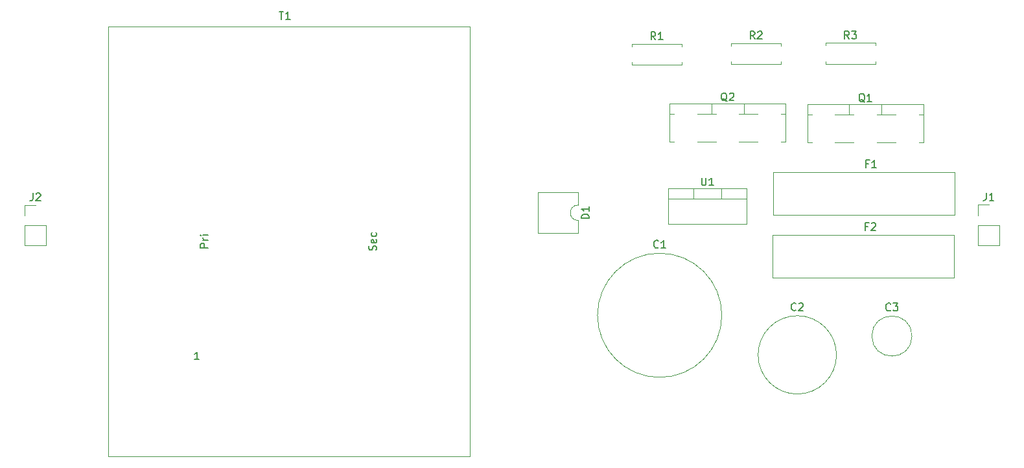
<source format=gbr>
%TF.GenerationSoftware,KiCad,Pcbnew,9.0.2*%
%TF.CreationDate,2025-07-04T12:24:24+05:30*%
%TF.ProjectId,qn1,716e312e-6b69-4636-9164-5f7063625858,rev?*%
%TF.SameCoordinates,Original*%
%TF.FileFunction,Legend,Top*%
%TF.FilePolarity,Positive*%
%FSLAX46Y46*%
G04 Gerber Fmt 4.6, Leading zero omitted, Abs format (unit mm)*
G04 Created by KiCad (PCBNEW 9.0.2) date 2025-07-04 12:24:24*
%MOMM*%
%LPD*%
G01*
G04 APERTURE LIST*
%ADD10C,0.150000*%
%ADD11C,0.120000*%
G04 APERTURE END LIST*
D10*
X186453333Y-94319580D02*
X186405714Y-94367200D01*
X186405714Y-94367200D02*
X186262857Y-94414819D01*
X186262857Y-94414819D02*
X186167619Y-94414819D01*
X186167619Y-94414819D02*
X186024762Y-94367200D01*
X186024762Y-94367200D02*
X185929524Y-94271961D01*
X185929524Y-94271961D02*
X185881905Y-94176723D01*
X185881905Y-94176723D02*
X185834286Y-93986247D01*
X185834286Y-93986247D02*
X185834286Y-93843390D01*
X185834286Y-93843390D02*
X185881905Y-93652914D01*
X185881905Y-93652914D02*
X185929524Y-93557676D01*
X185929524Y-93557676D02*
X186024762Y-93462438D01*
X186024762Y-93462438D02*
X186167619Y-93414819D01*
X186167619Y-93414819D02*
X186262857Y-93414819D01*
X186262857Y-93414819D02*
X186405714Y-93462438D01*
X186405714Y-93462438D02*
X186453333Y-93510057D01*
X186786667Y-93414819D02*
X187405714Y-93414819D01*
X187405714Y-93414819D02*
X187072381Y-93795771D01*
X187072381Y-93795771D02*
X187215238Y-93795771D01*
X187215238Y-93795771D02*
X187310476Y-93843390D01*
X187310476Y-93843390D02*
X187358095Y-93891009D01*
X187358095Y-93891009D02*
X187405714Y-93986247D01*
X187405714Y-93986247D02*
X187405714Y-94224342D01*
X187405714Y-94224342D02*
X187358095Y-94319580D01*
X187358095Y-94319580D02*
X187310476Y-94367200D01*
X187310476Y-94367200D02*
X187215238Y-94414819D01*
X187215238Y-94414819D02*
X186929524Y-94414819D01*
X186929524Y-94414819D02*
X186834286Y-94367200D01*
X186834286Y-94367200D02*
X186786667Y-94319580D01*
X183476666Y-83371009D02*
X183143333Y-83371009D01*
X183143333Y-83894819D02*
X183143333Y-82894819D01*
X183143333Y-82894819D02*
X183619523Y-82894819D01*
X183952857Y-82990057D02*
X184000476Y-82942438D01*
X184000476Y-82942438D02*
X184095714Y-82894819D01*
X184095714Y-82894819D02*
X184333809Y-82894819D01*
X184333809Y-82894819D02*
X184429047Y-82942438D01*
X184429047Y-82942438D02*
X184476666Y-82990057D01*
X184476666Y-82990057D02*
X184524285Y-83085295D01*
X184524285Y-83085295D02*
X184524285Y-83180533D01*
X184524285Y-83180533D02*
X184476666Y-83323390D01*
X184476666Y-83323390D02*
X183905238Y-83894819D01*
X183905238Y-83894819D02*
X184524285Y-83894819D01*
X198936666Y-78994819D02*
X198936666Y-79709104D01*
X198936666Y-79709104D02*
X198889047Y-79851961D01*
X198889047Y-79851961D02*
X198793809Y-79947200D01*
X198793809Y-79947200D02*
X198650952Y-79994819D01*
X198650952Y-79994819D02*
X198555714Y-79994819D01*
X199936666Y-79994819D02*
X199365238Y-79994819D01*
X199650952Y-79994819D02*
X199650952Y-78994819D01*
X199650952Y-78994819D02*
X199555714Y-79137676D01*
X199555714Y-79137676D02*
X199460476Y-79232914D01*
X199460476Y-79232914D02*
X199365238Y-79280533D01*
X183546666Y-75161009D02*
X183213333Y-75161009D01*
X183213333Y-75684819D02*
X183213333Y-74684819D01*
X183213333Y-74684819D02*
X183689523Y-74684819D01*
X184594285Y-75684819D02*
X184022857Y-75684819D01*
X184308571Y-75684819D02*
X184308571Y-74684819D01*
X184308571Y-74684819D02*
X184213333Y-74827676D01*
X184213333Y-74827676D02*
X184118095Y-74922914D01*
X184118095Y-74922914D02*
X184022857Y-74970533D01*
X165064761Y-67000057D02*
X164969523Y-66952438D01*
X164969523Y-66952438D02*
X164874285Y-66857200D01*
X164874285Y-66857200D02*
X164731428Y-66714342D01*
X164731428Y-66714342D02*
X164636190Y-66666723D01*
X164636190Y-66666723D02*
X164540952Y-66666723D01*
X164588571Y-66904819D02*
X164493333Y-66857200D01*
X164493333Y-66857200D02*
X164398095Y-66761961D01*
X164398095Y-66761961D02*
X164350476Y-66571485D01*
X164350476Y-66571485D02*
X164350476Y-66238152D01*
X164350476Y-66238152D02*
X164398095Y-66047676D01*
X164398095Y-66047676D02*
X164493333Y-65952438D01*
X164493333Y-65952438D02*
X164588571Y-65904819D01*
X164588571Y-65904819D02*
X164779047Y-65904819D01*
X164779047Y-65904819D02*
X164874285Y-65952438D01*
X164874285Y-65952438D02*
X164969523Y-66047676D01*
X164969523Y-66047676D02*
X165017142Y-66238152D01*
X165017142Y-66238152D02*
X165017142Y-66571485D01*
X165017142Y-66571485D02*
X164969523Y-66761961D01*
X164969523Y-66761961D02*
X164874285Y-66857200D01*
X164874285Y-66857200D02*
X164779047Y-66904819D01*
X164779047Y-66904819D02*
X164588571Y-66904819D01*
X165398095Y-66000057D02*
X165445714Y-65952438D01*
X165445714Y-65952438D02*
X165540952Y-65904819D01*
X165540952Y-65904819D02*
X165779047Y-65904819D01*
X165779047Y-65904819D02*
X165874285Y-65952438D01*
X165874285Y-65952438D02*
X165921904Y-66000057D01*
X165921904Y-66000057D02*
X165969523Y-66095295D01*
X165969523Y-66095295D02*
X165969523Y-66190533D01*
X165969523Y-66190533D02*
X165921904Y-66333390D01*
X165921904Y-66333390D02*
X165350476Y-66904819D01*
X165350476Y-66904819D02*
X165969523Y-66904819D01*
X168703333Y-58854819D02*
X168370000Y-58378628D01*
X168131905Y-58854819D02*
X168131905Y-57854819D01*
X168131905Y-57854819D02*
X168512857Y-57854819D01*
X168512857Y-57854819D02*
X168608095Y-57902438D01*
X168608095Y-57902438D02*
X168655714Y-57950057D01*
X168655714Y-57950057D02*
X168703333Y-58045295D01*
X168703333Y-58045295D02*
X168703333Y-58188152D01*
X168703333Y-58188152D02*
X168655714Y-58283390D01*
X168655714Y-58283390D02*
X168608095Y-58331009D01*
X168608095Y-58331009D02*
X168512857Y-58378628D01*
X168512857Y-58378628D02*
X168131905Y-58378628D01*
X169084286Y-57950057D02*
X169131905Y-57902438D01*
X169131905Y-57902438D02*
X169227143Y-57854819D01*
X169227143Y-57854819D02*
X169465238Y-57854819D01*
X169465238Y-57854819D02*
X169560476Y-57902438D01*
X169560476Y-57902438D02*
X169608095Y-57950057D01*
X169608095Y-57950057D02*
X169655714Y-58045295D01*
X169655714Y-58045295D02*
X169655714Y-58140533D01*
X169655714Y-58140533D02*
X169608095Y-58283390D01*
X169608095Y-58283390D02*
X169036667Y-58854819D01*
X169036667Y-58854819D02*
X169655714Y-58854819D01*
X155733333Y-58944819D02*
X155400000Y-58468628D01*
X155161905Y-58944819D02*
X155161905Y-57944819D01*
X155161905Y-57944819D02*
X155542857Y-57944819D01*
X155542857Y-57944819D02*
X155638095Y-57992438D01*
X155638095Y-57992438D02*
X155685714Y-58040057D01*
X155685714Y-58040057D02*
X155733333Y-58135295D01*
X155733333Y-58135295D02*
X155733333Y-58278152D01*
X155733333Y-58278152D02*
X155685714Y-58373390D01*
X155685714Y-58373390D02*
X155638095Y-58421009D01*
X155638095Y-58421009D02*
X155542857Y-58468628D01*
X155542857Y-58468628D02*
X155161905Y-58468628D01*
X156685714Y-58944819D02*
X156114286Y-58944819D01*
X156400000Y-58944819D02*
X156400000Y-57944819D01*
X156400000Y-57944819D02*
X156304762Y-58087676D01*
X156304762Y-58087676D02*
X156209524Y-58182914D01*
X156209524Y-58182914D02*
X156114286Y-58230533D01*
X147064819Y-82318094D02*
X146064819Y-82318094D01*
X146064819Y-82318094D02*
X146064819Y-82079999D01*
X146064819Y-82079999D02*
X146112438Y-81937142D01*
X146112438Y-81937142D02*
X146207676Y-81841904D01*
X146207676Y-81841904D02*
X146302914Y-81794285D01*
X146302914Y-81794285D02*
X146493390Y-81746666D01*
X146493390Y-81746666D02*
X146636247Y-81746666D01*
X146636247Y-81746666D02*
X146826723Y-81794285D01*
X146826723Y-81794285D02*
X146921961Y-81841904D01*
X146921961Y-81841904D02*
X147017200Y-81937142D01*
X147017200Y-81937142D02*
X147064819Y-82079999D01*
X147064819Y-82079999D02*
X147064819Y-82318094D01*
X147064819Y-80794285D02*
X147064819Y-81365713D01*
X147064819Y-81079999D02*
X146064819Y-81079999D01*
X146064819Y-81079999D02*
X146207676Y-81175237D01*
X146207676Y-81175237D02*
X146302914Y-81270475D01*
X146302914Y-81270475D02*
X146350533Y-81365713D01*
X156113333Y-86099580D02*
X156065714Y-86147200D01*
X156065714Y-86147200D02*
X155922857Y-86194819D01*
X155922857Y-86194819D02*
X155827619Y-86194819D01*
X155827619Y-86194819D02*
X155684762Y-86147200D01*
X155684762Y-86147200D02*
X155589524Y-86051961D01*
X155589524Y-86051961D02*
X155541905Y-85956723D01*
X155541905Y-85956723D02*
X155494286Y-85766247D01*
X155494286Y-85766247D02*
X155494286Y-85623390D01*
X155494286Y-85623390D02*
X155541905Y-85432914D01*
X155541905Y-85432914D02*
X155589524Y-85337676D01*
X155589524Y-85337676D02*
X155684762Y-85242438D01*
X155684762Y-85242438D02*
X155827619Y-85194819D01*
X155827619Y-85194819D02*
X155922857Y-85194819D01*
X155922857Y-85194819D02*
X156065714Y-85242438D01*
X156065714Y-85242438D02*
X156113333Y-85290057D01*
X157065714Y-86194819D02*
X156494286Y-86194819D01*
X156780000Y-86194819D02*
X156780000Y-85194819D01*
X156780000Y-85194819D02*
X156684762Y-85337676D01*
X156684762Y-85337676D02*
X156589524Y-85432914D01*
X156589524Y-85432914D02*
X156494286Y-85480533D01*
X174093333Y-94279580D02*
X174045714Y-94327200D01*
X174045714Y-94327200D02*
X173902857Y-94374819D01*
X173902857Y-94374819D02*
X173807619Y-94374819D01*
X173807619Y-94374819D02*
X173664762Y-94327200D01*
X173664762Y-94327200D02*
X173569524Y-94231961D01*
X173569524Y-94231961D02*
X173521905Y-94136723D01*
X173521905Y-94136723D02*
X173474286Y-93946247D01*
X173474286Y-93946247D02*
X173474286Y-93803390D01*
X173474286Y-93803390D02*
X173521905Y-93612914D01*
X173521905Y-93612914D02*
X173569524Y-93517676D01*
X173569524Y-93517676D02*
X173664762Y-93422438D01*
X173664762Y-93422438D02*
X173807619Y-93374819D01*
X173807619Y-93374819D02*
X173902857Y-93374819D01*
X173902857Y-93374819D02*
X174045714Y-93422438D01*
X174045714Y-93422438D02*
X174093333Y-93470057D01*
X174474286Y-93470057D02*
X174521905Y-93422438D01*
X174521905Y-93422438D02*
X174617143Y-93374819D01*
X174617143Y-93374819D02*
X174855238Y-93374819D01*
X174855238Y-93374819D02*
X174950476Y-93422438D01*
X174950476Y-93422438D02*
X174998095Y-93470057D01*
X174998095Y-93470057D02*
X175045714Y-93565295D01*
X175045714Y-93565295D02*
X175045714Y-93660533D01*
X175045714Y-93660533D02*
X174998095Y-93803390D01*
X174998095Y-93803390D02*
X174426667Y-94374819D01*
X174426667Y-94374819D02*
X175045714Y-94374819D01*
X74396666Y-79019819D02*
X74396666Y-79734104D01*
X74396666Y-79734104D02*
X74349047Y-79876961D01*
X74349047Y-79876961D02*
X74253809Y-79972200D01*
X74253809Y-79972200D02*
X74110952Y-80019819D01*
X74110952Y-80019819D02*
X74015714Y-80019819D01*
X74825238Y-79115057D02*
X74872857Y-79067438D01*
X74872857Y-79067438D02*
X74968095Y-79019819D01*
X74968095Y-79019819D02*
X75206190Y-79019819D01*
X75206190Y-79019819D02*
X75301428Y-79067438D01*
X75301428Y-79067438D02*
X75349047Y-79115057D01*
X75349047Y-79115057D02*
X75396666Y-79210295D01*
X75396666Y-79210295D02*
X75396666Y-79305533D01*
X75396666Y-79305533D02*
X75349047Y-79448390D01*
X75349047Y-79448390D02*
X74777619Y-80019819D01*
X74777619Y-80019819D02*
X75396666Y-80019819D01*
X181033333Y-58834819D02*
X180700000Y-58358628D01*
X180461905Y-58834819D02*
X180461905Y-57834819D01*
X180461905Y-57834819D02*
X180842857Y-57834819D01*
X180842857Y-57834819D02*
X180938095Y-57882438D01*
X180938095Y-57882438D02*
X180985714Y-57930057D01*
X180985714Y-57930057D02*
X181033333Y-58025295D01*
X181033333Y-58025295D02*
X181033333Y-58168152D01*
X181033333Y-58168152D02*
X180985714Y-58263390D01*
X180985714Y-58263390D02*
X180938095Y-58311009D01*
X180938095Y-58311009D02*
X180842857Y-58358628D01*
X180842857Y-58358628D02*
X180461905Y-58358628D01*
X181366667Y-57834819D02*
X181985714Y-57834819D01*
X181985714Y-57834819D02*
X181652381Y-58215771D01*
X181652381Y-58215771D02*
X181795238Y-58215771D01*
X181795238Y-58215771D02*
X181890476Y-58263390D01*
X181890476Y-58263390D02*
X181938095Y-58311009D01*
X181938095Y-58311009D02*
X181985714Y-58406247D01*
X181985714Y-58406247D02*
X181985714Y-58644342D01*
X181985714Y-58644342D02*
X181938095Y-58739580D01*
X181938095Y-58739580D02*
X181890476Y-58787200D01*
X181890476Y-58787200D02*
X181795238Y-58834819D01*
X181795238Y-58834819D02*
X181509524Y-58834819D01*
X181509524Y-58834819D02*
X181414286Y-58787200D01*
X181414286Y-58787200D02*
X181366667Y-58739580D01*
X161758095Y-77004819D02*
X161758095Y-77814342D01*
X161758095Y-77814342D02*
X161805714Y-77909580D01*
X161805714Y-77909580D02*
X161853333Y-77957200D01*
X161853333Y-77957200D02*
X161948571Y-78004819D01*
X161948571Y-78004819D02*
X162139047Y-78004819D01*
X162139047Y-78004819D02*
X162234285Y-77957200D01*
X162234285Y-77957200D02*
X162281904Y-77909580D01*
X162281904Y-77909580D02*
X162329523Y-77814342D01*
X162329523Y-77814342D02*
X162329523Y-77004819D01*
X163329523Y-78004819D02*
X162758095Y-78004819D01*
X163043809Y-78004819D02*
X163043809Y-77004819D01*
X163043809Y-77004819D02*
X162948571Y-77147676D01*
X162948571Y-77147676D02*
X162853333Y-77242914D01*
X162853333Y-77242914D02*
X162758095Y-77290533D01*
X106568095Y-55284819D02*
X107139523Y-55284819D01*
X106853809Y-56284819D02*
X106853809Y-55284819D01*
X107996666Y-56284819D02*
X107425238Y-56284819D01*
X107710952Y-56284819D02*
X107710952Y-55284819D01*
X107710952Y-55284819D02*
X107615714Y-55427676D01*
X107615714Y-55427676D02*
X107520476Y-55522914D01*
X107520476Y-55522914D02*
X107425238Y-55570533D01*
X119237200Y-86472856D02*
X119284819Y-86329999D01*
X119284819Y-86329999D02*
X119284819Y-86091904D01*
X119284819Y-86091904D02*
X119237200Y-85996666D01*
X119237200Y-85996666D02*
X119189580Y-85949047D01*
X119189580Y-85949047D02*
X119094342Y-85901428D01*
X119094342Y-85901428D02*
X118999104Y-85901428D01*
X118999104Y-85901428D02*
X118903866Y-85949047D01*
X118903866Y-85949047D02*
X118856247Y-85996666D01*
X118856247Y-85996666D02*
X118808628Y-86091904D01*
X118808628Y-86091904D02*
X118761009Y-86282380D01*
X118761009Y-86282380D02*
X118713390Y-86377618D01*
X118713390Y-86377618D02*
X118665771Y-86425237D01*
X118665771Y-86425237D02*
X118570533Y-86472856D01*
X118570533Y-86472856D02*
X118475295Y-86472856D01*
X118475295Y-86472856D02*
X118380057Y-86425237D01*
X118380057Y-86425237D02*
X118332438Y-86377618D01*
X118332438Y-86377618D02*
X118284819Y-86282380D01*
X118284819Y-86282380D02*
X118284819Y-86044285D01*
X118284819Y-86044285D02*
X118332438Y-85901428D01*
X119237200Y-85091904D02*
X119284819Y-85187142D01*
X119284819Y-85187142D02*
X119284819Y-85377618D01*
X119284819Y-85377618D02*
X119237200Y-85472856D01*
X119237200Y-85472856D02*
X119141961Y-85520475D01*
X119141961Y-85520475D02*
X118761009Y-85520475D01*
X118761009Y-85520475D02*
X118665771Y-85472856D01*
X118665771Y-85472856D02*
X118618152Y-85377618D01*
X118618152Y-85377618D02*
X118618152Y-85187142D01*
X118618152Y-85187142D02*
X118665771Y-85091904D01*
X118665771Y-85091904D02*
X118761009Y-85044285D01*
X118761009Y-85044285D02*
X118856247Y-85044285D01*
X118856247Y-85044285D02*
X118951485Y-85520475D01*
X119237200Y-84187142D02*
X119284819Y-84282380D01*
X119284819Y-84282380D02*
X119284819Y-84472856D01*
X119284819Y-84472856D02*
X119237200Y-84568094D01*
X119237200Y-84568094D02*
X119189580Y-84615713D01*
X119189580Y-84615713D02*
X119094342Y-84663332D01*
X119094342Y-84663332D02*
X118808628Y-84663332D01*
X118808628Y-84663332D02*
X118713390Y-84615713D01*
X118713390Y-84615713D02*
X118665771Y-84568094D01*
X118665771Y-84568094D02*
X118618152Y-84472856D01*
X118618152Y-84472856D02*
X118618152Y-84282380D01*
X118618152Y-84282380D02*
X118665771Y-84187142D01*
X96115714Y-100784819D02*
X95544286Y-100784819D01*
X95830000Y-100784819D02*
X95830000Y-99784819D01*
X95830000Y-99784819D02*
X95734762Y-99927676D01*
X95734762Y-99927676D02*
X95639524Y-100022914D01*
X95639524Y-100022914D02*
X95544286Y-100070533D01*
X97284819Y-86139523D02*
X96284819Y-86139523D01*
X96284819Y-86139523D02*
X96284819Y-85758571D01*
X96284819Y-85758571D02*
X96332438Y-85663333D01*
X96332438Y-85663333D02*
X96380057Y-85615714D01*
X96380057Y-85615714D02*
X96475295Y-85568095D01*
X96475295Y-85568095D02*
X96618152Y-85568095D01*
X96618152Y-85568095D02*
X96713390Y-85615714D01*
X96713390Y-85615714D02*
X96761009Y-85663333D01*
X96761009Y-85663333D02*
X96808628Y-85758571D01*
X96808628Y-85758571D02*
X96808628Y-86139523D01*
X97284819Y-85139523D02*
X96618152Y-85139523D01*
X96808628Y-85139523D02*
X96713390Y-85091904D01*
X96713390Y-85091904D02*
X96665771Y-85044285D01*
X96665771Y-85044285D02*
X96618152Y-84949047D01*
X96618152Y-84949047D02*
X96618152Y-84853809D01*
X97284819Y-84520475D02*
X96618152Y-84520475D01*
X96284819Y-84520475D02*
X96332438Y-84568094D01*
X96332438Y-84568094D02*
X96380057Y-84520475D01*
X96380057Y-84520475D02*
X96332438Y-84472856D01*
X96332438Y-84472856D02*
X96284819Y-84520475D01*
X96284819Y-84520475D02*
X96380057Y-84520475D01*
X183054761Y-67110057D02*
X182959523Y-67062438D01*
X182959523Y-67062438D02*
X182864285Y-66967200D01*
X182864285Y-66967200D02*
X182721428Y-66824342D01*
X182721428Y-66824342D02*
X182626190Y-66776723D01*
X182626190Y-66776723D02*
X182530952Y-66776723D01*
X182578571Y-67014819D02*
X182483333Y-66967200D01*
X182483333Y-66967200D02*
X182388095Y-66871961D01*
X182388095Y-66871961D02*
X182340476Y-66681485D01*
X182340476Y-66681485D02*
X182340476Y-66348152D01*
X182340476Y-66348152D02*
X182388095Y-66157676D01*
X182388095Y-66157676D02*
X182483333Y-66062438D01*
X182483333Y-66062438D02*
X182578571Y-66014819D01*
X182578571Y-66014819D02*
X182769047Y-66014819D01*
X182769047Y-66014819D02*
X182864285Y-66062438D01*
X182864285Y-66062438D02*
X182959523Y-66157676D01*
X182959523Y-66157676D02*
X183007142Y-66348152D01*
X183007142Y-66348152D02*
X183007142Y-66681485D01*
X183007142Y-66681485D02*
X182959523Y-66871961D01*
X182959523Y-66871961D02*
X182864285Y-66967200D01*
X182864285Y-66967200D02*
X182769047Y-67014819D01*
X182769047Y-67014819D02*
X182578571Y-67014819D01*
X183959523Y-67014819D02*
X183388095Y-67014819D01*
X183673809Y-67014819D02*
X183673809Y-66014819D01*
X183673809Y-66014819D02*
X183578571Y-66157676D01*
X183578571Y-66157676D02*
X183483333Y-66252914D01*
X183483333Y-66252914D02*
X183388095Y-66300533D01*
D11*
%TO.C,C3*%
X189240000Y-97710000D02*
G75*
G02*
X184000000Y-97710000I-2620000J0D01*
G01*
X184000000Y-97710000D02*
G75*
G02*
X189240000Y-97710000I2620000J0D01*
G01*
%TO.C,F2*%
X171060000Y-84490000D02*
X171060000Y-90090000D01*
X171060000Y-84490000D02*
X194760000Y-84490000D01*
X171060000Y-90090000D02*
X194760000Y-90090000D01*
X194760000Y-84490000D02*
X194760000Y-90090000D01*
%TO.C,J1*%
X197890000Y-80540000D02*
X199270000Y-80540000D01*
X197890000Y-81920000D02*
X197890000Y-80540000D01*
X197890000Y-83190000D02*
X197890000Y-85840000D01*
X197890000Y-83190000D02*
X200650000Y-83190000D01*
X197890000Y-85840000D02*
X200650000Y-85840000D01*
X200650000Y-83190000D02*
X200650000Y-85840000D01*
%TO.C,F1*%
X171130000Y-76280000D02*
X171130000Y-81880000D01*
X171130000Y-76280000D02*
X194830000Y-76280000D01*
X171130000Y-81880000D02*
X194830000Y-81880000D01*
X194830000Y-76280000D02*
X194830000Y-81880000D01*
%TO.C,Q2*%
X157575000Y-67290000D02*
X157575000Y-72310000D01*
X157575000Y-67290000D02*
X172735000Y-67290000D01*
X157575000Y-68670000D02*
X158170000Y-68670000D01*
X157575000Y-72310000D02*
X158170000Y-72310000D01*
X161190000Y-68670000D02*
X163645000Y-68670000D01*
X161190000Y-72310000D02*
X163645000Y-72310000D01*
X163040000Y-67290000D02*
X163040000Y-68670000D01*
X166665000Y-68670000D02*
X169120000Y-68670000D01*
X166665000Y-72310000D02*
X169120000Y-72310000D01*
X167270000Y-67290000D02*
X167270000Y-68670000D01*
X172140000Y-68670000D02*
X172735000Y-68670000D01*
X172140000Y-72310000D02*
X172735000Y-72310000D01*
X172735000Y-67290000D02*
X172735000Y-72310000D01*
%TO.C,R2*%
X165600000Y-59400000D02*
X172140000Y-59400000D01*
X165600000Y-59730000D02*
X165600000Y-59400000D01*
X165600000Y-61810000D02*
X165600000Y-62140000D01*
X165600000Y-62140000D02*
X172140000Y-62140000D01*
X172140000Y-59400000D02*
X172140000Y-59730000D01*
X172140000Y-62140000D02*
X172140000Y-61810000D01*
%TO.C,R1*%
X152630000Y-59490000D02*
X159170000Y-59490000D01*
X152630000Y-59820000D02*
X152630000Y-59490000D01*
X152630000Y-61900000D02*
X152630000Y-62230000D01*
X152630000Y-62230000D02*
X159170000Y-62230000D01*
X159170000Y-59490000D02*
X159170000Y-59820000D01*
X159170000Y-62230000D02*
X159170000Y-61900000D01*
%TO.C,D1*%
X140410000Y-78930000D02*
X140410000Y-84230000D01*
X140410000Y-84230000D02*
X145610000Y-84230000D01*
X145610000Y-78930000D02*
X140410000Y-78930000D01*
X145610000Y-80580000D02*
X145610000Y-78930000D01*
X145610000Y-84230000D02*
X145610000Y-82580000D01*
X145610000Y-82580000D02*
G75*
G02*
X145610000Y-80580000I0J1000000D01*
G01*
%TO.C,C1*%
X164400000Y-94990000D02*
G75*
G02*
X148160000Y-94990000I-8120000J0D01*
G01*
X148160000Y-94990000D02*
G75*
G02*
X164400000Y-94990000I8120000J0D01*
G01*
%TO.C,C2*%
X179380000Y-100170000D02*
G75*
G02*
X169140000Y-100170000I-5120000J0D01*
G01*
X169140000Y-100170000D02*
G75*
G02*
X179380000Y-100170000I5120000J0D01*
G01*
%TO.C,J2*%
X73350000Y-80565000D02*
X74730000Y-80565000D01*
X73350000Y-81945000D02*
X73350000Y-80565000D01*
X73350000Y-83215000D02*
X73350000Y-85865000D01*
X73350000Y-83215000D02*
X76110000Y-83215000D01*
X73350000Y-85865000D02*
X76110000Y-85865000D01*
X76110000Y-83215000D02*
X76110000Y-85865000D01*
%TO.C,R3*%
X177930000Y-59380000D02*
X184470000Y-59380000D01*
X177930000Y-59710000D02*
X177930000Y-59380000D01*
X177930000Y-61790000D02*
X177930000Y-62120000D01*
X177930000Y-62120000D02*
X184470000Y-62120000D01*
X184470000Y-59380000D02*
X184470000Y-59710000D01*
X184470000Y-62120000D02*
X184470000Y-61790000D01*
%TO.C,U1*%
X157410000Y-78390000D02*
X157410000Y-83010000D01*
X157410000Y-78390000D02*
X167630000Y-78390000D01*
X157410000Y-79770000D02*
X167630000Y-79770000D01*
X157410000Y-83010000D02*
X167630000Y-83010000D01*
X160670000Y-78390000D02*
X160670000Y-79770000D01*
X164370000Y-78390000D02*
X164370000Y-79770000D01*
X167630000Y-78390000D02*
X167630000Y-83010000D01*
%TO.C,T1*%
X84210000Y-57210000D02*
X84210000Y-113450000D01*
X84210000Y-57210000D02*
X131450000Y-57210000D01*
X131450000Y-113450000D02*
X84210000Y-113450000D01*
X131450000Y-113450000D02*
X131450000Y-57210000D01*
%TO.C,Q1*%
X175565000Y-67400000D02*
X175565000Y-72420000D01*
X175565000Y-67400000D02*
X190725000Y-67400000D01*
X175565000Y-68780000D02*
X176160000Y-68780000D01*
X175565000Y-72420000D02*
X176160000Y-72420000D01*
X179180000Y-68780000D02*
X181635000Y-68780000D01*
X179180000Y-72420000D02*
X181635000Y-72420000D01*
X181030000Y-67400000D02*
X181030000Y-68780000D01*
X184655000Y-68780000D02*
X187110000Y-68780000D01*
X184655000Y-72420000D02*
X187110000Y-72420000D01*
X185260000Y-67400000D02*
X185260000Y-68780000D01*
X190130000Y-68780000D02*
X190725000Y-68780000D01*
X190130000Y-72420000D02*
X190725000Y-72420000D01*
X190725000Y-67400000D02*
X190725000Y-72420000D01*
%TD*%
M02*

</source>
